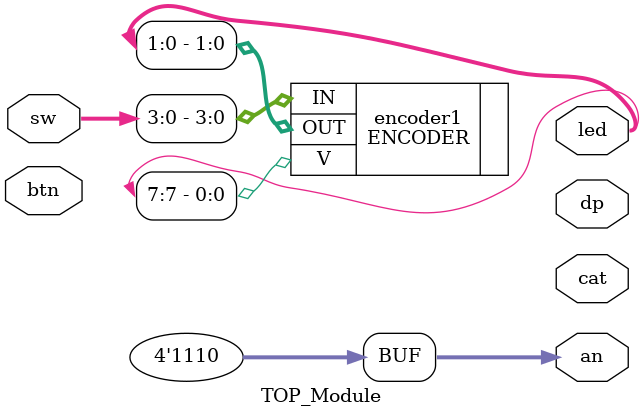
<source format=v>
`timescale 1ns / 1ps


module TOP_Module (
    
	input [7:0] sw,
	input [3:0] btn,
	
	output [7:0] led,
	output [6:0] cat,
	output [3:0] an,
	output dp
    );
	        
	        ////  DECODER
	
//	DECODER decoder1(.IN(sw[3:0]),.OUT({dp,cat,led}));
	
	    assign an=4'b1110;
	
	       ////  PRIORITY ENCODER
       
     ENCODER encoder1 (.IN(sw[3:0]),.OUT(led[1:0]),.V(led[7]));

//           ////   MULTIPLEXER
//
//      MULTIPLEXER mux1 (.D(sw[3:0]),.S(btn[1:0]),.O(led[0]) );

//          ////   DEMULTIPLEXER

//     DEMULTIPLEXER demux1(.D(sw[0]),.S(btn[1:0]),.O(led[3:0]));      
		
endmodule

</source>
